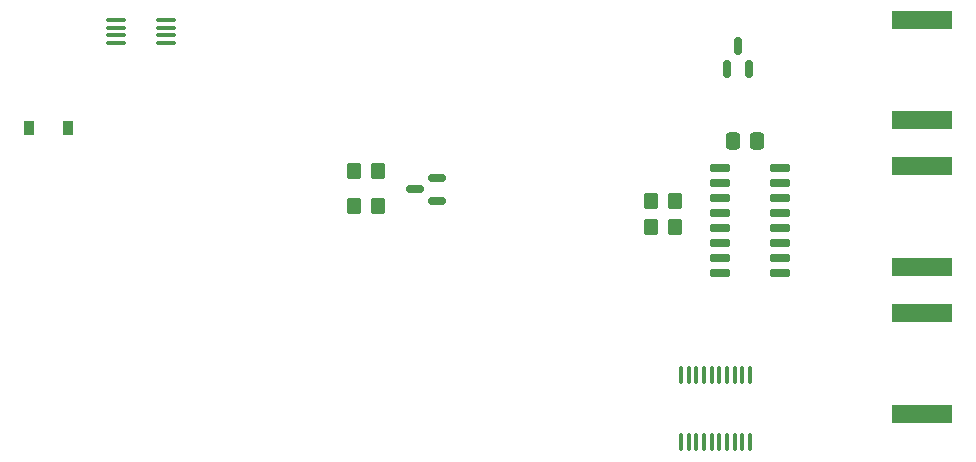
<source format=gbr>
%TF.GenerationSoftware,KiCad,Pcbnew,6.0.1*%
%TF.CreationDate,2022-02-28T04:04:16+01:00*%
%TF.ProjectId,glitcher,676c6974-6368-4657-922e-6b696361645f,4*%
%TF.SameCoordinates,Original*%
%TF.FileFunction,Paste,Bot*%
%TF.FilePolarity,Positive*%
%FSLAX46Y46*%
G04 Gerber Fmt 4.6, Leading zero omitted, Abs format (unit mm)*
G04 Created by KiCad (PCBNEW 6.0.1) date 2022-02-28 04:04:16*
%MOMM*%
%LPD*%
G01*
G04 APERTURE LIST*
G04 Aperture macros list*
%AMRoundRect*
0 Rectangle with rounded corners*
0 $1 Rounding radius*
0 $2 $3 $4 $5 $6 $7 $8 $9 X,Y pos of 4 corners*
0 Add a 4 corners polygon primitive as box body*
4,1,4,$2,$3,$4,$5,$6,$7,$8,$9,$2,$3,0*
0 Add four circle primitives for the rounded corners*
1,1,$1+$1,$2,$3*
1,1,$1+$1,$4,$5*
1,1,$1+$1,$6,$7*
1,1,$1+$1,$8,$9*
0 Add four rect primitives between the rounded corners*
20,1,$1+$1,$2,$3,$4,$5,0*
20,1,$1+$1,$4,$5,$6,$7,0*
20,1,$1+$1,$6,$7,$8,$9,0*
20,1,$1+$1,$8,$9,$2,$3,0*%
G04 Aperture macros list end*
%ADD10R,5.080000X1.500000*%
%ADD11R,0.900000X1.200000*%
%ADD12RoundRect,0.250000X-0.350000X-0.450000X0.350000X-0.450000X0.350000X0.450000X-0.350000X0.450000X0*%
%ADD13RoundRect,0.150000X0.587500X0.150000X-0.587500X0.150000X-0.587500X-0.150000X0.587500X-0.150000X0*%
%ADD14RoundRect,0.250000X0.337500X0.475000X-0.337500X0.475000X-0.337500X-0.475000X0.337500X-0.475000X0*%
%ADD15RoundRect,0.100000X-0.100000X0.637500X-0.100000X-0.637500X0.100000X-0.637500X0.100000X0.637500X0*%
%ADD16RoundRect,0.100000X-0.712500X-0.100000X0.712500X-0.100000X0.712500X0.100000X-0.712500X0.100000X0*%
%ADD17RoundRect,0.150000X0.150000X-0.587500X0.150000X0.587500X-0.150000X0.587500X-0.150000X-0.587500X0*%
%ADD18RoundRect,0.150000X0.725000X0.150000X-0.725000X0.150000X-0.725000X-0.150000X0.725000X-0.150000X0*%
G04 APERTURE END LIST*
D10*
%TO.C,J206*%
X159845000Y-83037000D03*
X159845000Y-91537000D03*
%TD*%
%TO.C,J204*%
X159888000Y-95445000D03*
X159888000Y-103945000D03*
%TD*%
%TO.C,J203*%
X159888000Y-107891000D03*
X159888000Y-116391000D03*
%TD*%
D11*
%TO.C,D100*%
X84202000Y-92202000D03*
X87502000Y-92202000D03*
%TD*%
D12*
%TO.C,R401*%
X136893500Y-98425000D03*
X138893500Y-98425000D03*
%TD*%
D13*
%TO.C,Q1*%
X118793500Y-96459000D03*
X118793500Y-98359000D03*
X116918500Y-97409000D03*
%TD*%
D14*
%TO.C,C400*%
X145919100Y-93319600D03*
X143844100Y-93319600D03*
%TD*%
D15*
%TO.C,U200*%
X139442000Y-113088500D03*
X140092000Y-113088500D03*
X140742000Y-113088500D03*
X141392000Y-113088500D03*
X142042000Y-113088500D03*
X142692000Y-113088500D03*
X143342000Y-113088500D03*
X143992000Y-113088500D03*
X144642000Y-113088500D03*
X145292000Y-113088500D03*
X145292000Y-118813500D03*
X144642000Y-118813500D03*
X143992000Y-118813500D03*
X143342000Y-118813500D03*
X142692000Y-118813500D03*
X142042000Y-118813500D03*
X141392000Y-118813500D03*
X140742000Y-118813500D03*
X140092000Y-118813500D03*
X139442000Y-118813500D03*
%TD*%
D12*
%TO.C,R2*%
X111776000Y-98806000D03*
X113776000Y-98806000D03*
%TD*%
%TO.C,R400*%
X136893500Y-100623000D03*
X138893500Y-100623000D03*
%TD*%
D16*
%TO.C,U401b*%
X91613500Y-85001819D03*
X91613500Y-84351819D03*
X91613500Y-83701819D03*
X91613500Y-83051819D03*
X95838500Y-83051819D03*
X95838500Y-83701819D03*
X95838500Y-84351819D03*
X95838500Y-85001819D03*
%TD*%
D17*
%TO.C,Q301*%
X145222000Y-87170500D03*
X143322000Y-87170500D03*
X144272000Y-85295500D03*
%TD*%
D18*
%TO.C,U400*%
X147863000Y-95631000D03*
X147863000Y-96901000D03*
X147863000Y-98171000D03*
X147863000Y-99441000D03*
X147863000Y-100711000D03*
X147863000Y-101981000D03*
X147863000Y-103251000D03*
X147863000Y-104521000D03*
X142713000Y-104521000D03*
X142713000Y-103251000D03*
X142713000Y-101981000D03*
X142713000Y-100711000D03*
X142713000Y-99441000D03*
X142713000Y-98171000D03*
X142713000Y-96901000D03*
X142713000Y-95631000D03*
%TD*%
D12*
%TO.C,R1*%
X111776000Y-95856000D03*
X113776000Y-95856000D03*
%TD*%
M02*

</source>
